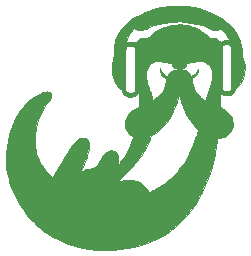
<source format=gts>
G04 #@! TF.GenerationSoftware,KiCad,Pcbnew,5.1.5+dfsg1-2build2*
G04 #@! TF.CreationDate,2021-04-11T15:19:25-07:00*
G04 #@! TF.ProjectId,back,6261636b-2e6b-4696-9361-645f70636258,rev?*
G04 #@! TF.SameCoordinates,Original*
G04 #@! TF.FileFunction,Soldermask,Top*
G04 #@! TF.FilePolarity,Negative*
%FSLAX46Y46*%
G04 Gerber Fmt 4.6, Leading zero omitted, Abs format (unit mm)*
G04 Created by KiCad (PCBNEW 5.1.5+dfsg1-2build2) date 2021-04-11 15:19:25*
%MOMM*%
%LPD*%
G04 APERTURE LIST*
%ADD10C,0.010000*%
G04 APERTURE END LIST*
D10*
G36*
X191798457Y-77678816D02*
G01*
X192301966Y-77713505D01*
X192795026Y-77780681D01*
X193274802Y-77879384D01*
X193738456Y-78008653D01*
X194183155Y-78167526D01*
X194606062Y-78355043D01*
X195004342Y-78570243D01*
X195375159Y-78812165D01*
X195715677Y-79079848D01*
X195887683Y-79236423D01*
X196155691Y-79517771D01*
X196382607Y-79808272D01*
X196568880Y-80108915D01*
X196714958Y-80420693D01*
X196821290Y-80744598D01*
X196888324Y-81081622D01*
X196916508Y-81432755D01*
X196917542Y-81514780D01*
X196918306Y-81626053D01*
X196921710Y-81706502D01*
X196929613Y-81767627D01*
X196943874Y-81820931D01*
X196966352Y-81877915D01*
X196981861Y-81912721D01*
X197078311Y-82168286D01*
X197143326Y-82435663D01*
X197177845Y-82710102D01*
X197182810Y-82986852D01*
X197159162Y-83261164D01*
X197107844Y-83528288D01*
X197029796Y-83783475D01*
X196925960Y-84021973D01*
X196797278Y-84239034D01*
X196644690Y-84429908D01*
X196469138Y-84589844D01*
X196448138Y-84605585D01*
X196387696Y-84656865D01*
X196352252Y-84701576D01*
X196346167Y-84721200D01*
X196333352Y-84780731D01*
X196299275Y-84859456D01*
X196250483Y-84944654D01*
X196193526Y-85023603D01*
X196185673Y-85032966D01*
X196124217Y-85090805D01*
X196044560Y-85147976D01*
X195991080Y-85178251D01*
X195933080Y-85204944D01*
X195881742Y-85222198D01*
X195825082Y-85232012D01*
X195751119Y-85236385D01*
X195647869Y-85237316D01*
X195637083Y-85237300D01*
X195528775Y-85235960D01*
X195451652Y-85231301D01*
X195394599Y-85221628D01*
X195346499Y-85205242D01*
X195309000Y-85187208D01*
X195246190Y-85152134D01*
X195195297Y-85119675D01*
X195179851Y-85107847D01*
X195162476Y-85096779D01*
X195150865Y-85105073D01*
X195142570Y-85139548D01*
X195135142Y-85207023D01*
X195132226Y-85240507D01*
X195127856Y-85314146D01*
X195124061Y-85420020D01*
X195121078Y-85548032D01*
X195119146Y-85688086D01*
X195118500Y-85822722D01*
X195118500Y-86242557D01*
X195250792Y-86309259D01*
X195491877Y-86451477D01*
X195699817Y-86617894D01*
X195873439Y-86807296D01*
X196011573Y-87018470D01*
X196084086Y-87172521D01*
X196150035Y-87387728D01*
X196176390Y-87602756D01*
X196165092Y-87813391D01*
X196118082Y-88015418D01*
X196037303Y-88204621D01*
X195924697Y-88376786D01*
X195782205Y-88527698D01*
X195611770Y-88653143D01*
X195415333Y-88748905D01*
X195346816Y-88772744D01*
X195243455Y-88800959D01*
X195131474Y-88824693D01*
X195034814Y-88838882D01*
X195033344Y-88839020D01*
X194956278Y-88847047D01*
X194911446Y-88856524D01*
X194888896Y-88872450D01*
X194878677Y-88899826D01*
X194875237Y-88918461D01*
X194868418Y-88958808D01*
X194855847Y-89033546D01*
X194838759Y-89135310D01*
X194818391Y-89256739D01*
X194795979Y-89390469D01*
X194790330Y-89424195D01*
X194650278Y-90165885D01*
X194483571Y-90878373D01*
X194290465Y-91561096D01*
X194071219Y-92213493D01*
X193826090Y-92835003D01*
X193555336Y-93425065D01*
X193259215Y-93983115D01*
X192937984Y-94508593D01*
X192591901Y-95000938D01*
X192221224Y-95459588D01*
X191826345Y-95883845D01*
X191404391Y-96277126D01*
X190959764Y-96635590D01*
X190492072Y-96959412D01*
X190000923Y-97248768D01*
X189485925Y-97503833D01*
X188946686Y-97724782D01*
X188382815Y-97911791D01*
X187793920Y-98065036D01*
X187179608Y-98184690D01*
X186539487Y-98270931D01*
X186477344Y-98277390D01*
X186350446Y-98287763D01*
X186190774Y-98296931D01*
X186006122Y-98304767D01*
X185804283Y-98311148D01*
X185593052Y-98315947D01*
X185380221Y-98319041D01*
X185173586Y-98320303D01*
X184980939Y-98319608D01*
X184810075Y-98316832D01*
X184668787Y-98311850D01*
X184598667Y-98307537D01*
X183973249Y-98240242D01*
X183368627Y-98136309D01*
X182784950Y-97995783D01*
X182222366Y-97818710D01*
X181681023Y-97605136D01*
X181161071Y-97355107D01*
X180749280Y-97122005D01*
X180424764Y-96914508D01*
X180120767Y-96697090D01*
X179827511Y-96462014D01*
X179535216Y-96201541D01*
X179305685Y-95979833D01*
X178963791Y-95621536D01*
X178657274Y-95261141D01*
X178379716Y-94889807D01*
X178124701Y-94498694D01*
X177885812Y-94078959D01*
X177784864Y-93884333D01*
X177545209Y-93367828D01*
X177347664Y-92851047D01*
X177248869Y-92522425D01*
X186468203Y-92522425D01*
X186490210Y-92520702D01*
X186544941Y-92510999D01*
X186623892Y-92494943D01*
X186708869Y-92476353D01*
X187002002Y-92424213D01*
X187291655Y-92399499D01*
X187569587Y-92402354D01*
X187827556Y-92432921D01*
X187932417Y-92455137D01*
X188162375Y-92532179D01*
X188379631Y-92645613D01*
X188578383Y-92790748D01*
X188752830Y-92962897D01*
X188897173Y-93157370D01*
X188973742Y-93296958D01*
X189011472Y-93365600D01*
X189045595Y-93408397D01*
X189064873Y-93418667D01*
X189093404Y-93409498D01*
X189153208Y-93383957D01*
X189237892Y-93344994D01*
X189341061Y-93295557D01*
X189456322Y-93238594D01*
X189467765Y-93232850D01*
X189715315Y-93104450D01*
X189934771Y-92981331D01*
X190138383Y-92855960D01*
X190338403Y-92720803D01*
X190541331Y-92572658D01*
X190891182Y-92287645D01*
X191220108Y-91974534D01*
X191529030Y-91631896D01*
X191818868Y-91258304D01*
X192090543Y-90852328D01*
X192344974Y-90412542D01*
X192583083Y-89937517D01*
X192805788Y-89425826D01*
X193014010Y-88876040D01*
X193116059Y-88577078D01*
X193257230Y-88148740D01*
X193094812Y-87984412D01*
X192826364Y-87686510D01*
X192574180Y-87354214D01*
X192341502Y-86993412D01*
X192131570Y-86609988D01*
X191947623Y-86209830D01*
X191792903Y-85798823D01*
X191677479Y-85409669D01*
X191618205Y-85179421D01*
X191568739Y-85367335D01*
X191448416Y-85769999D01*
X191303315Y-86161385D01*
X191135661Y-86538204D01*
X190947681Y-86897165D01*
X190741599Y-87234977D01*
X190519642Y-87548351D01*
X190284035Y-87833996D01*
X190037004Y-88088621D01*
X189780774Y-88308937D01*
X189517572Y-88491654D01*
X189415091Y-88551146D01*
X189260245Y-88636130D01*
X189192402Y-88830413D01*
X189041376Y-89210607D01*
X188851941Y-89597879D01*
X188626468Y-89987952D01*
X188367330Y-90376553D01*
X188231786Y-90561167D01*
X188152170Y-90665321D01*
X188074517Y-90764306D01*
X187995614Y-90861739D01*
X187912251Y-90961235D01*
X187821215Y-91066411D01*
X187719294Y-91180883D01*
X187603277Y-91308268D01*
X187469951Y-91452181D01*
X187316105Y-91616238D01*
X187138526Y-91804057D01*
X186974737Y-91976457D01*
X186855824Y-92101801D01*
X186747025Y-92217203D01*
X186651592Y-92319158D01*
X186572777Y-92404162D01*
X186513832Y-92468709D01*
X186478007Y-92509295D01*
X186468203Y-92522425D01*
X177248869Y-92522425D01*
X177192270Y-92334160D01*
X177079070Y-91817335D01*
X177008107Y-91300740D01*
X176979422Y-90784544D01*
X176978753Y-90691215D01*
X176994732Y-90131714D01*
X177042007Y-89591609D01*
X177120000Y-89072184D01*
X177228133Y-88574726D01*
X177365827Y-88100518D01*
X177532504Y-87650846D01*
X177727587Y-87226996D01*
X177950498Y-86830252D01*
X178200657Y-86461900D01*
X178477488Y-86123225D01*
X178780412Y-85815511D01*
X179108852Y-85540045D01*
X179381790Y-85348771D01*
X179515723Y-85268173D01*
X179664041Y-85188804D01*
X179819398Y-85113727D01*
X179974445Y-85046003D01*
X180121834Y-84988694D01*
X180254219Y-84944864D01*
X180364251Y-84917573D01*
X180435428Y-84909666D01*
X180556619Y-84929660D01*
X180662809Y-84987491D01*
X180749282Y-85079929D01*
X180790871Y-85153083D01*
X180820064Y-85233678D01*
X180827764Y-85310175D01*
X180811763Y-85388684D01*
X180769858Y-85475315D01*
X180699842Y-85576177D01*
X180599510Y-85697380D01*
X180590803Y-85707345D01*
X180389554Y-85962132D01*
X180199690Y-86252328D01*
X180024074Y-86571878D01*
X179865565Y-86914724D01*
X179727024Y-87274809D01*
X179611314Y-87646077D01*
X179540796Y-87930206D01*
X179496043Y-88150054D01*
X179463161Y-88354591D01*
X179440237Y-88559632D01*
X179425358Y-88780996D01*
X179419284Y-88934979D01*
X179417727Y-89271200D01*
X179436417Y-89577841D01*
X179477354Y-89863524D01*
X179542541Y-90136868D01*
X179633980Y-90406494D01*
X179753672Y-90681023D01*
X179882904Y-90931583D01*
X180028731Y-91179402D01*
X180189800Y-91420685D01*
X180359954Y-91647349D01*
X180533034Y-91851315D01*
X180702885Y-92024499D01*
X180744388Y-92062275D01*
X180893748Y-92194693D01*
X180941198Y-92113472D01*
X181026090Y-91969914D01*
X181131610Y-91794428D01*
X181255491Y-91590691D01*
X181395470Y-91362385D01*
X181549282Y-91113188D01*
X181714661Y-90846782D01*
X181889342Y-90566846D01*
X182071061Y-90277061D01*
X182091371Y-90244759D01*
X182225239Y-90032231D01*
X182339205Y-89852209D01*
X182435658Y-89701208D01*
X182516992Y-89575747D01*
X182585595Y-89472344D01*
X182643860Y-89387515D01*
X182694178Y-89317779D01*
X182738939Y-89259652D01*
X182780535Y-89209653D01*
X182821357Y-89164298D01*
X182863000Y-89120916D01*
X182985922Y-89003623D01*
X183095023Y-88918541D01*
X183198244Y-88861571D01*
X183303527Y-88828611D01*
X183418811Y-88815562D01*
X183455667Y-88814917D01*
X183546702Y-88817448D01*
X183612320Y-88827559D01*
X183669266Y-88849026D01*
X183713181Y-88872976D01*
X183845809Y-88973224D01*
X183943522Y-89097301D01*
X184006077Y-89244744D01*
X184033229Y-89415092D01*
X184034295Y-89481667D01*
X184021588Y-89635004D01*
X183989480Y-89819801D01*
X183939632Y-90030795D01*
X183873702Y-90262722D01*
X183793348Y-90510318D01*
X183700230Y-90768319D01*
X183596006Y-91031461D01*
X183482336Y-91294481D01*
X183421369Y-91426648D01*
X183378752Y-91518393D01*
X183344344Y-91595147D01*
X183321378Y-91649498D01*
X183313086Y-91674031D01*
X183313245Y-91674634D01*
X183334244Y-91670191D01*
X183386108Y-91653422D01*
X183460205Y-91627229D01*
X183519753Y-91605190D01*
X183775931Y-91515479D01*
X184030279Y-91439046D01*
X184268315Y-91380127D01*
X184339207Y-91365560D01*
X184428871Y-91345907D01*
X184503859Y-91325239D01*
X184553595Y-91306682D01*
X184566480Y-91298373D01*
X184584347Y-91273398D01*
X184621403Y-91217653D01*
X184674350Y-91136237D01*
X184739892Y-91034249D01*
X184814732Y-90916788D01*
X184885721Y-90804583D01*
X185011515Y-90609082D01*
X185121818Y-90447185D01*
X185220288Y-90314741D01*
X185310584Y-90207602D01*
X185396365Y-90121617D01*
X185481290Y-90052637D01*
X185569019Y-89996510D01*
X185623570Y-89967748D01*
X185711505Y-89927943D01*
X185783277Y-89906232D01*
X185858320Y-89897799D01*
X185908658Y-89897078D01*
X186063822Y-89917217D01*
X186200103Y-89974331D01*
X186314735Y-90066251D01*
X186404951Y-90190807D01*
X186464145Y-90332810D01*
X186485968Y-90420427D01*
X186496446Y-90508876D01*
X186495217Y-90606933D01*
X186481920Y-90723376D01*
X186456193Y-90866979D01*
X186438682Y-90951124D01*
X186421714Y-91034900D01*
X186410149Y-91101560D01*
X186405573Y-91141428D01*
X186406391Y-91148279D01*
X186425065Y-91138958D01*
X186464245Y-91100198D01*
X186519950Y-91037097D01*
X186588200Y-90954752D01*
X186665016Y-90858259D01*
X186746418Y-90752715D01*
X186828427Y-90643216D01*
X186907062Y-90534859D01*
X186978344Y-90432741D01*
X187038293Y-90341957D01*
X187047755Y-90326921D01*
X187120860Y-90201918D01*
X187203012Y-90048418D01*
X187288639Y-89877648D01*
X187372167Y-89700840D01*
X187448021Y-89529224D01*
X187471162Y-89473837D01*
X187506207Y-89385766D01*
X187545933Y-89281504D01*
X187587628Y-89168705D01*
X187628581Y-89055023D01*
X187666080Y-88948112D01*
X187697414Y-88855626D01*
X187719870Y-88785219D01*
X187730736Y-88744546D01*
X187731333Y-88739480D01*
X187714830Y-88722192D01*
X187671133Y-88689022D01*
X187608966Y-88646499D01*
X187594879Y-88637314D01*
X187422743Y-88501300D01*
X187279348Y-88336364D01*
X187168314Y-88147659D01*
X187093263Y-87940338D01*
X187086790Y-87914214D01*
X187056804Y-87697771D01*
X187067012Y-87481376D01*
X187115411Y-87268475D01*
X187199997Y-87062515D01*
X187318769Y-86866942D01*
X187469724Y-86685203D01*
X187650858Y-86520746D01*
X187860169Y-86377016D01*
X188033212Y-86285470D01*
X188212049Y-86201664D01*
X188225691Y-86071143D01*
X188230462Y-86004590D01*
X188234159Y-85911064D01*
X188236809Y-85797122D01*
X188238441Y-85669322D01*
X188239083Y-85534220D01*
X188238765Y-85398374D01*
X188237514Y-85268340D01*
X188235360Y-85150676D01*
X188232330Y-85051939D01*
X188228453Y-84978686D01*
X188223758Y-84937474D01*
X188220734Y-84930833D01*
X188200722Y-84948318D01*
X188177337Y-84990780D01*
X188175765Y-84994497D01*
X188125670Y-85076247D01*
X188046782Y-85160438D01*
X187950559Y-85236388D01*
X187861622Y-85287463D01*
X187804590Y-85312301D01*
X187752650Y-85328527D01*
X187694256Y-85337915D01*
X187617863Y-85342240D01*
X187511926Y-85343276D01*
X187498500Y-85343266D01*
X187354485Y-85338978D01*
X187241532Y-85324258D01*
X187148956Y-85295682D01*
X187066069Y-85249827D01*
X186982185Y-85183269D01*
X186972802Y-85174866D01*
X186913344Y-85108956D01*
X186855224Y-85024094D01*
X186805320Y-84932837D01*
X186770509Y-84847738D01*
X186757667Y-84782164D01*
X186746398Y-84735992D01*
X186707338Y-84692070D01*
X186672562Y-84665946D01*
X186582877Y-84593185D01*
X186482761Y-84494841D01*
X186382426Y-84382292D01*
X186292083Y-84266912D01*
X186228431Y-84171187D01*
X186103800Y-83929875D01*
X186013350Y-83680462D01*
X185955320Y-83416111D01*
X185927947Y-83129985D01*
X185925161Y-82994083D01*
X185929469Y-82796170D01*
X185943653Y-82626640D01*
X185969670Y-82472292D01*
X186009482Y-82319921D01*
X186038430Y-82230833D01*
X186040471Y-82224204D01*
X187077257Y-82224204D01*
X187077810Y-82474015D01*
X187078755Y-82760899D01*
X187079802Y-83059241D01*
X187085750Y-84796565D01*
X187146691Y-84876453D01*
X187206447Y-84940636D01*
X187275452Y-84982449D01*
X187363725Y-85005746D01*
X187481289Y-85014378D01*
X187506201Y-85014671D01*
X187604924Y-85012162D01*
X187675490Y-85001836D01*
X187731731Y-84981256D01*
X187749618Y-84971734D01*
X187811057Y-84928600D01*
X187862613Y-84879120D01*
X187868917Y-84871192D01*
X187876427Y-84860211D01*
X187883005Y-84846896D01*
X187888722Y-84828494D01*
X187893650Y-84802256D01*
X187897861Y-84765428D01*
X187901426Y-84715260D01*
X187904418Y-84649000D01*
X187906908Y-84563897D01*
X187908969Y-84457199D01*
X187910671Y-84326155D01*
X187912088Y-84168013D01*
X187913291Y-83980022D01*
X187914351Y-83759431D01*
X187915342Y-83503487D01*
X187915434Y-83476183D01*
X188791460Y-83476183D01*
X188804674Y-83660836D01*
X188832492Y-83854909D01*
X188873968Y-84048683D01*
X188910766Y-84179417D01*
X188934994Y-84252793D01*
X188970887Y-84356328D01*
X189015093Y-84480601D01*
X189064257Y-84616191D01*
X189115027Y-84753677D01*
X189118330Y-84762530D01*
X189169801Y-84903455D01*
X189220086Y-85046720D01*
X189265668Y-85181896D01*
X189303032Y-85298553D01*
X189328663Y-85386263D01*
X189328844Y-85386946D01*
X189353219Y-85478009D01*
X189374182Y-85555170D01*
X189388969Y-85608313D01*
X189394054Y-85625474D01*
X189414798Y-85628951D01*
X189463027Y-85606630D01*
X189534829Y-85561112D01*
X189626295Y-85494996D01*
X189733512Y-85410882D01*
X189802269Y-85354123D01*
X189961031Y-85205301D01*
X190106747Y-85038805D01*
X190232869Y-84863639D01*
X190332849Y-84688801D01*
X190395041Y-84539250D01*
X190410065Y-84485413D01*
X190429880Y-84402803D01*
X190452615Y-84300600D01*
X190476402Y-84187988D01*
X190499373Y-84074149D01*
X190519658Y-83968265D01*
X190535388Y-83879519D01*
X190544696Y-83817092D01*
X190546420Y-83795470D01*
X190528541Y-83777517D01*
X190483142Y-83752293D01*
X190451826Y-83738383D01*
X190311830Y-83664249D01*
X190196711Y-83569567D01*
X190130333Y-83486318D01*
X190073087Y-83374744D01*
X190028440Y-83247130D01*
X190001973Y-83121740D01*
X189997157Y-83050406D01*
X189998147Y-82951750D01*
X190036936Y-83050952D01*
X190070779Y-83128235D01*
X190109150Y-83203124D01*
X190121563Y-83224322D01*
X190175172Y-83295416D01*
X190248380Y-83371630D01*
X190332667Y-83446226D01*
X190419514Y-83512469D01*
X190500399Y-83563621D01*
X190566803Y-83592945D01*
X190593318Y-83597333D01*
X190617960Y-83580059D01*
X190651339Y-83535818D01*
X190672457Y-83499687D01*
X190771438Y-83347505D01*
X190887389Y-83228978D01*
X191016815Y-83145967D01*
X191156221Y-83100332D01*
X191302112Y-83093934D01*
X191400443Y-83112161D01*
X191456821Y-83126635D01*
X191485557Y-83124851D01*
X191499988Y-83101177D01*
X191507396Y-83073385D01*
X191731833Y-83073385D01*
X191735647Y-83116855D01*
X191755363Y-83128569D01*
X191790042Y-83122303D01*
X191950507Y-83095716D01*
X192088491Y-83101259D01*
X192194034Y-83132194D01*
X192293805Y-83191672D01*
X192395430Y-83281009D01*
X192488367Y-83389587D01*
X192557735Y-83498478D01*
X192592045Y-83554146D01*
X192623320Y-83590001D01*
X192637515Y-83597333D01*
X192688337Y-83583713D01*
X192761644Y-83546198D01*
X192849003Y-83489810D01*
X192941980Y-83419570D01*
X192957360Y-83406928D01*
X193031093Y-83339972D01*
X193087534Y-83272444D01*
X193138329Y-83188989D01*
X193170330Y-83126133D01*
X193210041Y-83046624D01*
X193235374Y-83001866D01*
X193249350Y-82988016D01*
X193254991Y-83001232D01*
X193255633Y-83017652D01*
X193244755Y-83137775D01*
X193215020Y-83269605D01*
X193171745Y-83390100D01*
X193167613Y-83399081D01*
X193082171Y-83531899D01*
X192961712Y-83644402D01*
X192819826Y-83728418D01*
X192753220Y-83760276D01*
X192704866Y-83784719D01*
X192684467Y-83796825D01*
X192684333Y-83797124D01*
X192688222Y-83818562D01*
X192699011Y-83874747D01*
X192715382Y-83958896D01*
X192736015Y-84064230D01*
X192755881Y-84165155D01*
X192790697Y-84331678D01*
X192823165Y-84464083D01*
X192855519Y-84570335D01*
X192889992Y-84658400D01*
X192900733Y-84681734D01*
X192986224Y-84835244D01*
X193097414Y-84996449D01*
X193223638Y-85151364D01*
X193354237Y-85286001D01*
X193377513Y-85307116D01*
X193442233Y-85361874D01*
X193520142Y-85423857D01*
X193603733Y-85487579D01*
X193685502Y-85547552D01*
X193757944Y-85598288D01*
X193813553Y-85634300D01*
X193844824Y-85650098D01*
X193846977Y-85650385D01*
X193856997Y-85631237D01*
X193873935Y-85579914D01*
X193894966Y-85505437D01*
X193907348Y-85457499D01*
X193928998Y-85380885D01*
X193962819Y-85273397D01*
X194005900Y-85143718D01*
X194055330Y-85000528D01*
X194108196Y-84852509D01*
X194132725Y-84785571D01*
X194185586Y-84640849D01*
X194236054Y-84499511D01*
X194281344Y-84369607D01*
X194318666Y-84259186D01*
X194345234Y-84176298D01*
X194353622Y-84147667D01*
X194406751Y-83924827D01*
X194442211Y-83709081D01*
X194455400Y-83554815D01*
X195249109Y-83554815D01*
X195249582Y-83837557D01*
X195250771Y-84078373D01*
X195252677Y-84277398D01*
X195255301Y-84434764D01*
X195258644Y-84550607D01*
X195262708Y-84625059D01*
X195266737Y-84655930D01*
X195300666Y-84736787D01*
X195352960Y-84813165D01*
X195412636Y-84870681D01*
X195444857Y-84889159D01*
X195487038Y-84898040D01*
X195557165Y-84904843D01*
X195640855Y-84908223D01*
X195649828Y-84908325D01*
X195740426Y-84906761D01*
X195802660Y-84898402D01*
X195850308Y-84880483D01*
X195880511Y-84862042D01*
X195938695Y-84809619D01*
X195986490Y-84746065D01*
X195989474Y-84740663D01*
X195996486Y-84725845D01*
X196002610Y-84707663D01*
X196007906Y-84683323D01*
X196012433Y-84650030D01*
X196016252Y-84604988D01*
X196019423Y-84545403D01*
X196022005Y-84468479D01*
X196024058Y-84371421D01*
X196025643Y-84251433D01*
X196026819Y-84105722D01*
X196027646Y-83931490D01*
X196028185Y-83725944D01*
X196028494Y-83486288D01*
X196028635Y-83209727D01*
X196028667Y-82912946D01*
X196028703Y-82590960D01*
X196028686Y-82308575D01*
X196028427Y-82063057D01*
X196027736Y-81851674D01*
X196026423Y-81671693D01*
X196024299Y-81520382D01*
X196021174Y-81395008D01*
X196016860Y-81292837D01*
X196011167Y-81211138D01*
X196003904Y-81147177D01*
X195994884Y-81098221D01*
X195983916Y-81061539D01*
X195970811Y-81034397D01*
X195955379Y-81014062D01*
X195937431Y-80997802D01*
X195916778Y-80982885D01*
X195893765Y-80966958D01*
X195847070Y-80940639D01*
X195789199Y-80924386D01*
X195707540Y-80915295D01*
X195658250Y-80912707D01*
X195569020Y-80910561D01*
X195508761Y-80914654D01*
X195464294Y-80927293D01*
X195422438Y-80950785D01*
X195415978Y-80955112D01*
X195355676Y-81007597D01*
X195304373Y-81070768D01*
X195299561Y-81078572D01*
X195291704Y-81092760D01*
X195284842Y-81108683D01*
X195278899Y-81129178D01*
X195273794Y-81157084D01*
X195269451Y-81195240D01*
X195265791Y-81246483D01*
X195262734Y-81313653D01*
X195260204Y-81399587D01*
X195258121Y-81507125D01*
X195256408Y-81639104D01*
X195254986Y-81798364D01*
X195253776Y-81987742D01*
X195252700Y-82210078D01*
X195251680Y-82468209D01*
X195250638Y-82764974D01*
X195250306Y-82863017D01*
X195249351Y-83230013D01*
X195249109Y-83554815D01*
X194455400Y-83554815D01*
X194459430Y-83507682D01*
X194457838Y-83327883D01*
X194436867Y-83176938D01*
X194431586Y-83155615D01*
X194358507Y-82961419D01*
X194249029Y-82783517D01*
X194107668Y-82627334D01*
X193938939Y-82498299D01*
X193837308Y-82441457D01*
X193670491Y-82359083D01*
X193330870Y-82362422D01*
X193188455Y-82365020D01*
X193069490Y-82370707D01*
X192959571Y-82381011D01*
X192844298Y-82397458D01*
X192709268Y-82421576D01*
X192632299Y-82436505D01*
X192273348Y-82507250D01*
X192246636Y-82599677D01*
X192189006Y-82725503D01*
X192096619Y-82834949D01*
X191975674Y-82922339D01*
X191832372Y-82981999D01*
X191827430Y-82983403D01*
X191768721Y-83002762D01*
X191740611Y-83024216D01*
X191732167Y-83058057D01*
X191731833Y-83073385D01*
X191507396Y-83073385D01*
X191509313Y-83066196D01*
X191513786Y-83035205D01*
X191502761Y-83013236D01*
X191468129Y-82992991D01*
X191401785Y-82967176D01*
X191397592Y-82965646D01*
X191247061Y-82895823D01*
X191132405Y-82807603D01*
X191049755Y-82697168D01*
X190998357Y-82571633D01*
X190988333Y-82544010D01*
X190972125Y-82523879D01*
X190941971Y-82507850D01*
X190890112Y-82492534D01*
X190808789Y-82474541D01*
X190747384Y-82462012D01*
X190480796Y-82412075D01*
X190248914Y-82377278D01*
X190047121Y-82357091D01*
X189870796Y-82350981D01*
X189796840Y-82352757D01*
X189691311Y-82358804D01*
X189613093Y-82368193D01*
X189547163Y-82384369D01*
X189478499Y-82410775D01*
X189413445Y-82440659D01*
X189249240Y-82539593D01*
X189100611Y-82669747D01*
X188974174Y-82823047D01*
X188876543Y-82991417D01*
X188814336Y-83166782D01*
X188812638Y-83174000D01*
X188793798Y-83310665D01*
X188791460Y-83476183D01*
X187915434Y-83476183D01*
X187916333Y-83209440D01*
X187916892Y-83034775D01*
X187922534Y-81255133D01*
X187874559Y-81184638D01*
X187822288Y-81115892D01*
X187769715Y-81069998D01*
X187706534Y-81042572D01*
X187622437Y-81029230D01*
X187507119Y-81025589D01*
X187500592Y-81025583D01*
X187403394Y-81026447D01*
X187337437Y-81030551D01*
X187291641Y-81040168D01*
X187254924Y-81057566D01*
X187218284Y-81083427D01*
X187193169Y-81102229D01*
X187171138Y-81119703D01*
X187151998Y-81138591D01*
X187135556Y-81161637D01*
X187121620Y-81191583D01*
X187109998Y-81231173D01*
X187100498Y-81283149D01*
X187092928Y-81350254D01*
X187087094Y-81435232D01*
X187082806Y-81540825D01*
X187079870Y-81669775D01*
X187078095Y-81824827D01*
X187077288Y-82008722D01*
X187077257Y-82224204D01*
X186040471Y-82224204D01*
X186053155Y-82183030D01*
X186064040Y-82132621D01*
X186071643Y-82072346D01*
X186076522Y-81994946D01*
X186079234Y-81893162D01*
X186080337Y-81759736D01*
X186080458Y-81683728D01*
X186083356Y-81453887D01*
X186092620Y-81256678D01*
X186109323Y-81082728D01*
X186134539Y-80922668D01*
X186169341Y-80767127D01*
X186169932Y-80764967D01*
X187057254Y-80764967D01*
X187061567Y-80777863D01*
X187085747Y-80773252D01*
X187137374Y-80751157D01*
X187173017Y-80734858D01*
X187265338Y-80706470D01*
X187384526Y-80689467D01*
X187516625Y-80684031D01*
X187647677Y-80690347D01*
X187763726Y-80708597D01*
X187822927Y-80726333D01*
X187925104Y-80765750D01*
X187958602Y-80717924D01*
X188054610Y-80601061D01*
X188163674Y-80512152D01*
X188260411Y-80457014D01*
X188428603Y-80391095D01*
X188590999Y-80365630D01*
X188752123Y-80380016D01*
X188783495Y-80387340D01*
X188908913Y-80419471D01*
X189055665Y-80280504D01*
X189366996Y-80011865D01*
X189691793Y-79783129D01*
X190031155Y-79593711D01*
X190386176Y-79443029D01*
X190757954Y-79330500D01*
X190903132Y-79297769D01*
X191040614Y-79275744D01*
X191208099Y-79258570D01*
X191393488Y-79246682D01*
X191584680Y-79240517D01*
X191769577Y-79240511D01*
X191936080Y-79247100D01*
X192042245Y-79256710D01*
X192416171Y-79323410D01*
X192779912Y-79430185D01*
X193129809Y-79575280D01*
X193462201Y-79756943D01*
X193773429Y-79973420D01*
X194059834Y-80222958D01*
X194060405Y-80223514D01*
X194240560Y-80398937D01*
X194335571Y-80377082D01*
X194469217Y-80364485D01*
X194620210Y-80381573D01*
X194771869Y-80425131D01*
X194863984Y-80469869D01*
X194955043Y-80537462D01*
X195022077Y-80600293D01*
X195152375Y-80730591D01*
X195244068Y-80672632D01*
X195378451Y-80611232D01*
X195538106Y-80579041D01*
X195716491Y-80577340D01*
X195726640Y-80578150D01*
X195879697Y-80591059D01*
X195826038Y-80469654D01*
X195726011Y-80275074D01*
X195595965Y-80071828D01*
X195443468Y-79870726D01*
X195276089Y-79682578D01*
X195272022Y-79678383D01*
X195155880Y-79558850D01*
X195089224Y-79598178D01*
X194976467Y-79647775D01*
X194839275Y-79682130D01*
X194693807Y-79698015D01*
X194597034Y-79696516D01*
X194538847Y-79690982D01*
X194484603Y-79682260D01*
X194427813Y-79668071D01*
X194361986Y-79646139D01*
X194280634Y-79614186D01*
X194177269Y-79569935D01*
X194045399Y-79511108D01*
X193964917Y-79474687D01*
X193544955Y-79306232D01*
X193105911Y-79173518D01*
X192646714Y-79076347D01*
X192166294Y-79014523D01*
X191663582Y-78987850D01*
X191319083Y-78989405D01*
X190837264Y-79017664D01*
X190380049Y-79077255D01*
X189942372Y-79169313D01*
X189519168Y-79294976D01*
X189105370Y-79455378D01*
X188969583Y-79516330D01*
X188817885Y-79584802D01*
X188695364Y-79635077D01*
X188594217Y-79669563D01*
X188506642Y-79690670D01*
X188424838Y-79700807D01*
X188366167Y-79702667D01*
X188242298Y-79692860D01*
X188113023Y-79666313D01*
X187995520Y-79627332D01*
X187924447Y-79591908D01*
X187850546Y-79546234D01*
X187682822Y-79724992D01*
X187546725Y-79883192D01*
X187415524Y-80060259D01*
X187295055Y-80246655D01*
X187191152Y-80432845D01*
X187109649Y-80609288D01*
X187065225Y-80734542D01*
X187057254Y-80764967D01*
X186169932Y-80764967D01*
X186197071Y-80665866D01*
X186308919Y-80355606D01*
X186460816Y-80052753D01*
X186650813Y-79759404D01*
X186876958Y-79477654D01*
X187137301Y-79209598D01*
X187429894Y-78957332D01*
X187752785Y-78722953D01*
X188104026Y-78508555D01*
X188302833Y-78402819D01*
X188759388Y-78192923D01*
X189228349Y-78019545D01*
X189712504Y-77882009D01*
X190214638Y-77779637D01*
X190737537Y-77711753D01*
X191283989Y-77677678D01*
X191287333Y-77677575D01*
X191798457Y-77678816D01*
G37*
X191798457Y-77678816D02*
X192301966Y-77713505D01*
X192795026Y-77780681D01*
X193274802Y-77879384D01*
X193738456Y-78008653D01*
X194183155Y-78167526D01*
X194606062Y-78355043D01*
X195004342Y-78570243D01*
X195375159Y-78812165D01*
X195715677Y-79079848D01*
X195887683Y-79236423D01*
X196155691Y-79517771D01*
X196382607Y-79808272D01*
X196568880Y-80108915D01*
X196714958Y-80420693D01*
X196821290Y-80744598D01*
X196888324Y-81081622D01*
X196916508Y-81432755D01*
X196917542Y-81514780D01*
X196918306Y-81626053D01*
X196921710Y-81706502D01*
X196929613Y-81767627D01*
X196943874Y-81820931D01*
X196966352Y-81877915D01*
X196981861Y-81912721D01*
X197078311Y-82168286D01*
X197143326Y-82435663D01*
X197177845Y-82710102D01*
X197182810Y-82986852D01*
X197159162Y-83261164D01*
X197107844Y-83528288D01*
X197029796Y-83783475D01*
X196925960Y-84021973D01*
X196797278Y-84239034D01*
X196644690Y-84429908D01*
X196469138Y-84589844D01*
X196448138Y-84605585D01*
X196387696Y-84656865D01*
X196352252Y-84701576D01*
X196346167Y-84721200D01*
X196333352Y-84780731D01*
X196299275Y-84859456D01*
X196250483Y-84944654D01*
X196193526Y-85023603D01*
X196185673Y-85032966D01*
X196124217Y-85090805D01*
X196044560Y-85147976D01*
X195991080Y-85178251D01*
X195933080Y-85204944D01*
X195881742Y-85222198D01*
X195825082Y-85232012D01*
X195751119Y-85236385D01*
X195647869Y-85237316D01*
X195637083Y-85237300D01*
X195528775Y-85235960D01*
X195451652Y-85231301D01*
X195394599Y-85221628D01*
X195346499Y-85205242D01*
X195309000Y-85187208D01*
X195246190Y-85152134D01*
X195195297Y-85119675D01*
X195179851Y-85107847D01*
X195162476Y-85096779D01*
X195150865Y-85105073D01*
X195142570Y-85139548D01*
X195135142Y-85207023D01*
X195132226Y-85240507D01*
X195127856Y-85314146D01*
X195124061Y-85420020D01*
X195121078Y-85548032D01*
X195119146Y-85688086D01*
X195118500Y-85822722D01*
X195118500Y-86242557D01*
X195250792Y-86309259D01*
X195491877Y-86451477D01*
X195699817Y-86617894D01*
X195873439Y-86807296D01*
X196011573Y-87018470D01*
X196084086Y-87172521D01*
X196150035Y-87387728D01*
X196176390Y-87602756D01*
X196165092Y-87813391D01*
X196118082Y-88015418D01*
X196037303Y-88204621D01*
X195924697Y-88376786D01*
X195782205Y-88527698D01*
X195611770Y-88653143D01*
X195415333Y-88748905D01*
X195346816Y-88772744D01*
X195243455Y-88800959D01*
X195131474Y-88824693D01*
X195034814Y-88838882D01*
X195033344Y-88839020D01*
X194956278Y-88847047D01*
X194911446Y-88856524D01*
X194888896Y-88872450D01*
X194878677Y-88899826D01*
X194875237Y-88918461D01*
X194868418Y-88958808D01*
X194855847Y-89033546D01*
X194838759Y-89135310D01*
X194818391Y-89256739D01*
X194795979Y-89390469D01*
X194790330Y-89424195D01*
X194650278Y-90165885D01*
X194483571Y-90878373D01*
X194290465Y-91561096D01*
X194071219Y-92213493D01*
X193826090Y-92835003D01*
X193555336Y-93425065D01*
X193259215Y-93983115D01*
X192937984Y-94508593D01*
X192591901Y-95000938D01*
X192221224Y-95459588D01*
X191826345Y-95883845D01*
X191404391Y-96277126D01*
X190959764Y-96635590D01*
X190492072Y-96959412D01*
X190000923Y-97248768D01*
X189485925Y-97503833D01*
X188946686Y-97724782D01*
X188382815Y-97911791D01*
X187793920Y-98065036D01*
X187179608Y-98184690D01*
X186539487Y-98270931D01*
X186477344Y-98277390D01*
X186350446Y-98287763D01*
X186190774Y-98296931D01*
X186006122Y-98304767D01*
X185804283Y-98311148D01*
X185593052Y-98315947D01*
X185380221Y-98319041D01*
X185173586Y-98320303D01*
X184980939Y-98319608D01*
X184810075Y-98316832D01*
X184668787Y-98311850D01*
X184598667Y-98307537D01*
X183973249Y-98240242D01*
X183368627Y-98136309D01*
X182784950Y-97995783D01*
X182222366Y-97818710D01*
X181681023Y-97605136D01*
X181161071Y-97355107D01*
X180749280Y-97122005D01*
X180424764Y-96914508D01*
X180120767Y-96697090D01*
X179827511Y-96462014D01*
X179535216Y-96201541D01*
X179305685Y-95979833D01*
X178963791Y-95621536D01*
X178657274Y-95261141D01*
X178379716Y-94889807D01*
X178124701Y-94498694D01*
X177885812Y-94078959D01*
X177784864Y-93884333D01*
X177545209Y-93367828D01*
X177347664Y-92851047D01*
X177248869Y-92522425D01*
X186468203Y-92522425D01*
X186490210Y-92520702D01*
X186544941Y-92510999D01*
X186623892Y-92494943D01*
X186708869Y-92476353D01*
X187002002Y-92424213D01*
X187291655Y-92399499D01*
X187569587Y-92402354D01*
X187827556Y-92432921D01*
X187932417Y-92455137D01*
X188162375Y-92532179D01*
X188379631Y-92645613D01*
X188578383Y-92790748D01*
X188752830Y-92962897D01*
X188897173Y-93157370D01*
X188973742Y-93296958D01*
X189011472Y-93365600D01*
X189045595Y-93408397D01*
X189064873Y-93418667D01*
X189093404Y-93409498D01*
X189153208Y-93383957D01*
X189237892Y-93344994D01*
X189341061Y-93295557D01*
X189456322Y-93238594D01*
X189467765Y-93232850D01*
X189715315Y-93104450D01*
X189934771Y-92981331D01*
X190138383Y-92855960D01*
X190338403Y-92720803D01*
X190541331Y-92572658D01*
X190891182Y-92287645D01*
X191220108Y-91974534D01*
X191529030Y-91631896D01*
X191818868Y-91258304D01*
X192090543Y-90852328D01*
X192344974Y-90412542D01*
X192583083Y-89937517D01*
X192805788Y-89425826D01*
X193014010Y-88876040D01*
X193116059Y-88577078D01*
X193257230Y-88148740D01*
X193094812Y-87984412D01*
X192826364Y-87686510D01*
X192574180Y-87354214D01*
X192341502Y-86993412D01*
X192131570Y-86609988D01*
X191947623Y-86209830D01*
X191792903Y-85798823D01*
X191677479Y-85409669D01*
X191618205Y-85179421D01*
X191568739Y-85367335D01*
X191448416Y-85769999D01*
X191303315Y-86161385D01*
X191135661Y-86538204D01*
X190947681Y-86897165D01*
X190741599Y-87234977D01*
X190519642Y-87548351D01*
X190284035Y-87833996D01*
X190037004Y-88088621D01*
X189780774Y-88308937D01*
X189517572Y-88491654D01*
X189415091Y-88551146D01*
X189260245Y-88636130D01*
X189192402Y-88830413D01*
X189041376Y-89210607D01*
X188851941Y-89597879D01*
X188626468Y-89987952D01*
X188367330Y-90376553D01*
X188231786Y-90561167D01*
X188152170Y-90665321D01*
X188074517Y-90764306D01*
X187995614Y-90861739D01*
X187912251Y-90961235D01*
X187821215Y-91066411D01*
X187719294Y-91180883D01*
X187603277Y-91308268D01*
X187469951Y-91452181D01*
X187316105Y-91616238D01*
X187138526Y-91804057D01*
X186974737Y-91976457D01*
X186855824Y-92101801D01*
X186747025Y-92217203D01*
X186651592Y-92319158D01*
X186572777Y-92404162D01*
X186513832Y-92468709D01*
X186478007Y-92509295D01*
X186468203Y-92522425D01*
X177248869Y-92522425D01*
X177192270Y-92334160D01*
X177079070Y-91817335D01*
X177008107Y-91300740D01*
X176979422Y-90784544D01*
X176978753Y-90691215D01*
X176994732Y-90131714D01*
X177042007Y-89591609D01*
X177120000Y-89072184D01*
X177228133Y-88574726D01*
X177365827Y-88100518D01*
X177532504Y-87650846D01*
X177727587Y-87226996D01*
X177950498Y-86830252D01*
X178200657Y-86461900D01*
X178477488Y-86123225D01*
X178780412Y-85815511D01*
X179108852Y-85540045D01*
X179381790Y-85348771D01*
X179515723Y-85268173D01*
X179664041Y-85188804D01*
X179819398Y-85113727D01*
X179974445Y-85046003D01*
X180121834Y-84988694D01*
X180254219Y-84944864D01*
X180364251Y-84917573D01*
X180435428Y-84909666D01*
X180556619Y-84929660D01*
X180662809Y-84987491D01*
X180749282Y-85079929D01*
X180790871Y-85153083D01*
X180820064Y-85233678D01*
X180827764Y-85310175D01*
X180811763Y-85388684D01*
X180769858Y-85475315D01*
X180699842Y-85576177D01*
X180599510Y-85697380D01*
X180590803Y-85707345D01*
X180389554Y-85962132D01*
X180199690Y-86252328D01*
X180024074Y-86571878D01*
X179865565Y-86914724D01*
X179727024Y-87274809D01*
X179611314Y-87646077D01*
X179540796Y-87930206D01*
X179496043Y-88150054D01*
X179463161Y-88354591D01*
X179440237Y-88559632D01*
X179425358Y-88780996D01*
X179419284Y-88934979D01*
X179417727Y-89271200D01*
X179436417Y-89577841D01*
X179477354Y-89863524D01*
X179542541Y-90136868D01*
X179633980Y-90406494D01*
X179753672Y-90681023D01*
X179882904Y-90931583D01*
X180028731Y-91179402D01*
X180189800Y-91420685D01*
X180359954Y-91647349D01*
X180533034Y-91851315D01*
X180702885Y-92024499D01*
X180744388Y-92062275D01*
X180893748Y-92194693D01*
X180941198Y-92113472D01*
X181026090Y-91969914D01*
X181131610Y-91794428D01*
X181255491Y-91590691D01*
X181395470Y-91362385D01*
X181549282Y-91113188D01*
X181714661Y-90846782D01*
X181889342Y-90566846D01*
X182071061Y-90277061D01*
X182091371Y-90244759D01*
X182225239Y-90032231D01*
X182339205Y-89852209D01*
X182435658Y-89701208D01*
X182516992Y-89575747D01*
X182585595Y-89472344D01*
X182643860Y-89387515D01*
X182694178Y-89317779D01*
X182738939Y-89259652D01*
X182780535Y-89209653D01*
X182821357Y-89164298D01*
X182863000Y-89120916D01*
X182985922Y-89003623D01*
X183095023Y-88918541D01*
X183198244Y-88861571D01*
X183303527Y-88828611D01*
X183418811Y-88815562D01*
X183455667Y-88814917D01*
X183546702Y-88817448D01*
X183612320Y-88827559D01*
X183669266Y-88849026D01*
X183713181Y-88872976D01*
X183845809Y-88973224D01*
X183943522Y-89097301D01*
X184006077Y-89244744D01*
X184033229Y-89415092D01*
X184034295Y-89481667D01*
X184021588Y-89635004D01*
X183989480Y-89819801D01*
X183939632Y-90030795D01*
X183873702Y-90262722D01*
X183793348Y-90510318D01*
X183700230Y-90768319D01*
X183596006Y-91031461D01*
X183482336Y-91294481D01*
X183421369Y-91426648D01*
X183378752Y-91518393D01*
X183344344Y-91595147D01*
X183321378Y-91649498D01*
X183313086Y-91674031D01*
X183313245Y-91674634D01*
X183334244Y-91670191D01*
X183386108Y-91653422D01*
X183460205Y-91627229D01*
X183519753Y-91605190D01*
X183775931Y-91515479D01*
X184030279Y-91439046D01*
X184268315Y-91380127D01*
X184339207Y-91365560D01*
X184428871Y-91345907D01*
X184503859Y-91325239D01*
X184553595Y-91306682D01*
X184566480Y-91298373D01*
X184584347Y-91273398D01*
X184621403Y-91217653D01*
X184674350Y-91136237D01*
X184739892Y-91034249D01*
X184814732Y-90916788D01*
X184885721Y-90804583D01*
X185011515Y-90609082D01*
X185121818Y-90447185D01*
X185220288Y-90314741D01*
X185310584Y-90207602D01*
X185396365Y-90121617D01*
X185481290Y-90052637D01*
X185569019Y-89996510D01*
X185623570Y-89967748D01*
X185711505Y-89927943D01*
X185783277Y-89906232D01*
X185858320Y-89897799D01*
X185908658Y-89897078D01*
X186063822Y-89917217D01*
X186200103Y-89974331D01*
X186314735Y-90066251D01*
X186404951Y-90190807D01*
X186464145Y-90332810D01*
X186485968Y-90420427D01*
X186496446Y-90508876D01*
X186495217Y-90606933D01*
X186481920Y-90723376D01*
X186456193Y-90866979D01*
X186438682Y-90951124D01*
X186421714Y-91034900D01*
X186410149Y-91101560D01*
X186405573Y-91141428D01*
X186406391Y-91148279D01*
X186425065Y-91138958D01*
X186464245Y-91100198D01*
X186519950Y-91037097D01*
X186588200Y-90954752D01*
X186665016Y-90858259D01*
X186746418Y-90752715D01*
X186828427Y-90643216D01*
X186907062Y-90534859D01*
X186978344Y-90432741D01*
X187038293Y-90341957D01*
X187047755Y-90326921D01*
X187120860Y-90201918D01*
X187203012Y-90048418D01*
X187288639Y-89877648D01*
X187372167Y-89700840D01*
X187448021Y-89529224D01*
X187471162Y-89473837D01*
X187506207Y-89385766D01*
X187545933Y-89281504D01*
X187587628Y-89168705D01*
X187628581Y-89055023D01*
X187666080Y-88948112D01*
X187697414Y-88855626D01*
X187719870Y-88785219D01*
X187730736Y-88744546D01*
X187731333Y-88739480D01*
X187714830Y-88722192D01*
X187671133Y-88689022D01*
X187608966Y-88646499D01*
X187594879Y-88637314D01*
X187422743Y-88501300D01*
X187279348Y-88336364D01*
X187168314Y-88147659D01*
X187093263Y-87940338D01*
X187086790Y-87914214D01*
X187056804Y-87697771D01*
X187067012Y-87481376D01*
X187115411Y-87268475D01*
X187199997Y-87062515D01*
X187318769Y-86866942D01*
X187469724Y-86685203D01*
X187650858Y-86520746D01*
X187860169Y-86377016D01*
X188033212Y-86285470D01*
X188212049Y-86201664D01*
X188225691Y-86071143D01*
X188230462Y-86004590D01*
X188234159Y-85911064D01*
X188236809Y-85797122D01*
X188238441Y-85669322D01*
X188239083Y-85534220D01*
X188238765Y-85398374D01*
X188237514Y-85268340D01*
X188235360Y-85150676D01*
X188232330Y-85051939D01*
X188228453Y-84978686D01*
X188223758Y-84937474D01*
X188220734Y-84930833D01*
X188200722Y-84948318D01*
X188177337Y-84990780D01*
X188175765Y-84994497D01*
X188125670Y-85076247D01*
X188046782Y-85160438D01*
X187950559Y-85236388D01*
X187861622Y-85287463D01*
X187804590Y-85312301D01*
X187752650Y-85328527D01*
X187694256Y-85337915D01*
X187617863Y-85342240D01*
X187511926Y-85343276D01*
X187498500Y-85343266D01*
X187354485Y-85338978D01*
X187241532Y-85324258D01*
X187148956Y-85295682D01*
X187066069Y-85249827D01*
X186982185Y-85183269D01*
X186972802Y-85174866D01*
X186913344Y-85108956D01*
X186855224Y-85024094D01*
X186805320Y-84932837D01*
X186770509Y-84847738D01*
X186757667Y-84782164D01*
X186746398Y-84735992D01*
X186707338Y-84692070D01*
X186672562Y-84665946D01*
X186582877Y-84593185D01*
X186482761Y-84494841D01*
X186382426Y-84382292D01*
X186292083Y-84266912D01*
X186228431Y-84171187D01*
X186103800Y-83929875D01*
X186013350Y-83680462D01*
X185955320Y-83416111D01*
X185927947Y-83129985D01*
X185925161Y-82994083D01*
X185929469Y-82796170D01*
X185943653Y-82626640D01*
X185969670Y-82472292D01*
X186009482Y-82319921D01*
X186038430Y-82230833D01*
X186040471Y-82224204D01*
X187077257Y-82224204D01*
X187077810Y-82474015D01*
X187078755Y-82760899D01*
X187079802Y-83059241D01*
X187085750Y-84796565D01*
X187146691Y-84876453D01*
X187206447Y-84940636D01*
X187275452Y-84982449D01*
X187363725Y-85005746D01*
X187481289Y-85014378D01*
X187506201Y-85014671D01*
X187604924Y-85012162D01*
X187675490Y-85001836D01*
X187731731Y-84981256D01*
X187749618Y-84971734D01*
X187811057Y-84928600D01*
X187862613Y-84879120D01*
X187868917Y-84871192D01*
X187876427Y-84860211D01*
X187883005Y-84846896D01*
X187888722Y-84828494D01*
X187893650Y-84802256D01*
X187897861Y-84765428D01*
X187901426Y-84715260D01*
X187904418Y-84649000D01*
X187906908Y-84563897D01*
X187908969Y-84457199D01*
X187910671Y-84326155D01*
X187912088Y-84168013D01*
X187913291Y-83980022D01*
X187914351Y-83759431D01*
X187915342Y-83503487D01*
X187915434Y-83476183D01*
X188791460Y-83476183D01*
X188804674Y-83660836D01*
X188832492Y-83854909D01*
X188873968Y-84048683D01*
X188910766Y-84179417D01*
X188934994Y-84252793D01*
X188970887Y-84356328D01*
X189015093Y-84480601D01*
X189064257Y-84616191D01*
X189115027Y-84753677D01*
X189118330Y-84762530D01*
X189169801Y-84903455D01*
X189220086Y-85046720D01*
X189265668Y-85181896D01*
X189303032Y-85298553D01*
X189328663Y-85386263D01*
X189328844Y-85386946D01*
X189353219Y-85478009D01*
X189374182Y-85555170D01*
X189388969Y-85608313D01*
X189394054Y-85625474D01*
X189414798Y-85628951D01*
X189463027Y-85606630D01*
X189534829Y-85561112D01*
X189626295Y-85494996D01*
X189733512Y-85410882D01*
X189802269Y-85354123D01*
X189961031Y-85205301D01*
X190106747Y-85038805D01*
X190232869Y-84863639D01*
X190332849Y-84688801D01*
X190395041Y-84539250D01*
X190410065Y-84485413D01*
X190429880Y-84402803D01*
X190452615Y-84300600D01*
X190476402Y-84187988D01*
X190499373Y-84074149D01*
X190519658Y-83968265D01*
X190535388Y-83879519D01*
X190544696Y-83817092D01*
X190546420Y-83795470D01*
X190528541Y-83777517D01*
X190483142Y-83752293D01*
X190451826Y-83738383D01*
X190311830Y-83664249D01*
X190196711Y-83569567D01*
X190130333Y-83486318D01*
X190073087Y-83374744D01*
X190028440Y-83247130D01*
X190001973Y-83121740D01*
X189997157Y-83050406D01*
X189998147Y-82951750D01*
X190036936Y-83050952D01*
X190070779Y-83128235D01*
X190109150Y-83203124D01*
X190121563Y-83224322D01*
X190175172Y-83295416D01*
X190248380Y-83371630D01*
X190332667Y-83446226D01*
X190419514Y-83512469D01*
X190500399Y-83563621D01*
X190566803Y-83592945D01*
X190593318Y-83597333D01*
X190617960Y-83580059D01*
X190651339Y-83535818D01*
X190672457Y-83499687D01*
X190771438Y-83347505D01*
X190887389Y-83228978D01*
X191016815Y-83145967D01*
X191156221Y-83100332D01*
X191302112Y-83093934D01*
X191400443Y-83112161D01*
X191456821Y-83126635D01*
X191485557Y-83124851D01*
X191499988Y-83101177D01*
X191507396Y-83073385D01*
X191731833Y-83073385D01*
X191735647Y-83116855D01*
X191755363Y-83128569D01*
X191790042Y-83122303D01*
X191950507Y-83095716D01*
X192088491Y-83101259D01*
X192194034Y-83132194D01*
X192293805Y-83191672D01*
X192395430Y-83281009D01*
X192488367Y-83389587D01*
X192557735Y-83498478D01*
X192592045Y-83554146D01*
X192623320Y-83590001D01*
X192637515Y-83597333D01*
X192688337Y-83583713D01*
X192761644Y-83546198D01*
X192849003Y-83489810D01*
X192941980Y-83419570D01*
X192957360Y-83406928D01*
X193031093Y-83339972D01*
X193087534Y-83272444D01*
X193138329Y-83188989D01*
X193170330Y-83126133D01*
X193210041Y-83046624D01*
X193235374Y-83001866D01*
X193249350Y-82988016D01*
X193254991Y-83001232D01*
X193255633Y-83017652D01*
X193244755Y-83137775D01*
X193215020Y-83269605D01*
X193171745Y-83390100D01*
X193167613Y-83399081D01*
X193082171Y-83531899D01*
X192961712Y-83644402D01*
X192819826Y-83728418D01*
X192753220Y-83760276D01*
X192704866Y-83784719D01*
X192684467Y-83796825D01*
X192684333Y-83797124D01*
X192688222Y-83818562D01*
X192699011Y-83874747D01*
X192715382Y-83958896D01*
X192736015Y-84064230D01*
X192755881Y-84165155D01*
X192790697Y-84331678D01*
X192823165Y-84464083D01*
X192855519Y-84570335D01*
X192889992Y-84658400D01*
X192900733Y-84681734D01*
X192986224Y-84835244D01*
X193097414Y-84996449D01*
X193223638Y-85151364D01*
X193354237Y-85286001D01*
X193377513Y-85307116D01*
X193442233Y-85361874D01*
X193520142Y-85423857D01*
X193603733Y-85487579D01*
X193685502Y-85547552D01*
X193757944Y-85598288D01*
X193813553Y-85634300D01*
X193844824Y-85650098D01*
X193846977Y-85650385D01*
X193856997Y-85631237D01*
X193873935Y-85579914D01*
X193894966Y-85505437D01*
X193907348Y-85457499D01*
X193928998Y-85380885D01*
X193962819Y-85273397D01*
X194005900Y-85143718D01*
X194055330Y-85000528D01*
X194108196Y-84852509D01*
X194132725Y-84785571D01*
X194185586Y-84640849D01*
X194236054Y-84499511D01*
X194281344Y-84369607D01*
X194318666Y-84259186D01*
X194345234Y-84176298D01*
X194353622Y-84147667D01*
X194406751Y-83924827D01*
X194442211Y-83709081D01*
X194455400Y-83554815D01*
X195249109Y-83554815D01*
X195249582Y-83837557D01*
X195250771Y-84078373D01*
X195252677Y-84277398D01*
X195255301Y-84434764D01*
X195258644Y-84550607D01*
X195262708Y-84625059D01*
X195266737Y-84655930D01*
X195300666Y-84736787D01*
X195352960Y-84813165D01*
X195412636Y-84870681D01*
X195444857Y-84889159D01*
X195487038Y-84898040D01*
X195557165Y-84904843D01*
X195640855Y-84908223D01*
X195649828Y-84908325D01*
X195740426Y-84906761D01*
X195802660Y-84898402D01*
X195850308Y-84880483D01*
X195880511Y-84862042D01*
X195938695Y-84809619D01*
X195986490Y-84746065D01*
X195989474Y-84740663D01*
X195996486Y-84725845D01*
X196002610Y-84707663D01*
X196007906Y-84683323D01*
X196012433Y-84650030D01*
X196016252Y-84604988D01*
X196019423Y-84545403D01*
X196022005Y-84468479D01*
X196024058Y-84371421D01*
X196025643Y-84251433D01*
X196026819Y-84105722D01*
X196027646Y-83931490D01*
X196028185Y-83725944D01*
X196028494Y-83486288D01*
X196028635Y-83209727D01*
X196028667Y-82912946D01*
X196028703Y-82590960D01*
X196028686Y-82308575D01*
X196028427Y-82063057D01*
X196027736Y-81851674D01*
X196026423Y-81671693D01*
X196024299Y-81520382D01*
X196021174Y-81395008D01*
X196016860Y-81292837D01*
X196011167Y-81211138D01*
X196003904Y-81147177D01*
X195994884Y-81098221D01*
X195983916Y-81061539D01*
X195970811Y-81034397D01*
X195955379Y-81014062D01*
X195937431Y-80997802D01*
X195916778Y-80982885D01*
X195893765Y-80966958D01*
X195847070Y-80940639D01*
X195789199Y-80924386D01*
X195707540Y-80915295D01*
X195658250Y-80912707D01*
X195569020Y-80910561D01*
X195508761Y-80914654D01*
X195464294Y-80927293D01*
X195422438Y-80950785D01*
X195415978Y-80955112D01*
X195355676Y-81007597D01*
X195304373Y-81070768D01*
X195299561Y-81078572D01*
X195291704Y-81092760D01*
X195284842Y-81108683D01*
X195278899Y-81129178D01*
X195273794Y-81157084D01*
X195269451Y-81195240D01*
X195265791Y-81246483D01*
X195262734Y-81313653D01*
X195260204Y-81399587D01*
X195258121Y-81507125D01*
X195256408Y-81639104D01*
X195254986Y-81798364D01*
X195253776Y-81987742D01*
X195252700Y-82210078D01*
X195251680Y-82468209D01*
X195250638Y-82764974D01*
X195250306Y-82863017D01*
X195249351Y-83230013D01*
X195249109Y-83554815D01*
X194455400Y-83554815D01*
X194459430Y-83507682D01*
X194457838Y-83327883D01*
X194436867Y-83176938D01*
X194431586Y-83155615D01*
X194358507Y-82961419D01*
X194249029Y-82783517D01*
X194107668Y-82627334D01*
X193938939Y-82498299D01*
X193837308Y-82441457D01*
X193670491Y-82359083D01*
X193330870Y-82362422D01*
X193188455Y-82365020D01*
X193069490Y-82370707D01*
X192959571Y-82381011D01*
X192844298Y-82397458D01*
X192709268Y-82421576D01*
X192632299Y-82436505D01*
X192273348Y-82507250D01*
X192246636Y-82599677D01*
X192189006Y-82725503D01*
X192096619Y-82834949D01*
X191975674Y-82922339D01*
X191832372Y-82981999D01*
X191827430Y-82983403D01*
X191768721Y-83002762D01*
X191740611Y-83024216D01*
X191732167Y-83058057D01*
X191731833Y-83073385D01*
X191507396Y-83073385D01*
X191509313Y-83066196D01*
X191513786Y-83035205D01*
X191502761Y-83013236D01*
X191468129Y-82992991D01*
X191401785Y-82967176D01*
X191397592Y-82965646D01*
X191247061Y-82895823D01*
X191132405Y-82807603D01*
X191049755Y-82697168D01*
X190998357Y-82571633D01*
X190988333Y-82544010D01*
X190972125Y-82523879D01*
X190941971Y-82507850D01*
X190890112Y-82492534D01*
X190808789Y-82474541D01*
X190747384Y-82462012D01*
X190480796Y-82412075D01*
X190248914Y-82377278D01*
X190047121Y-82357091D01*
X189870796Y-82350981D01*
X189796840Y-82352757D01*
X189691311Y-82358804D01*
X189613093Y-82368193D01*
X189547163Y-82384369D01*
X189478499Y-82410775D01*
X189413445Y-82440659D01*
X189249240Y-82539593D01*
X189100611Y-82669747D01*
X188974174Y-82823047D01*
X188876543Y-82991417D01*
X188814336Y-83166782D01*
X188812638Y-83174000D01*
X188793798Y-83310665D01*
X188791460Y-83476183D01*
X187915434Y-83476183D01*
X187916333Y-83209440D01*
X187916892Y-83034775D01*
X187922534Y-81255133D01*
X187874559Y-81184638D01*
X187822288Y-81115892D01*
X187769715Y-81069998D01*
X187706534Y-81042572D01*
X187622437Y-81029230D01*
X187507119Y-81025589D01*
X187500592Y-81025583D01*
X187403394Y-81026447D01*
X187337437Y-81030551D01*
X187291641Y-81040168D01*
X187254924Y-81057566D01*
X187218284Y-81083427D01*
X187193169Y-81102229D01*
X187171138Y-81119703D01*
X187151998Y-81138591D01*
X187135556Y-81161637D01*
X187121620Y-81191583D01*
X187109998Y-81231173D01*
X187100498Y-81283149D01*
X187092928Y-81350254D01*
X187087094Y-81435232D01*
X187082806Y-81540825D01*
X187079870Y-81669775D01*
X187078095Y-81824827D01*
X187077288Y-82008722D01*
X187077257Y-82224204D01*
X186040471Y-82224204D01*
X186053155Y-82183030D01*
X186064040Y-82132621D01*
X186071643Y-82072346D01*
X186076522Y-81994946D01*
X186079234Y-81893162D01*
X186080337Y-81759736D01*
X186080458Y-81683728D01*
X186083356Y-81453887D01*
X186092620Y-81256678D01*
X186109323Y-81082728D01*
X186134539Y-80922668D01*
X186169341Y-80767127D01*
X186169932Y-80764967D01*
X187057254Y-80764967D01*
X187061567Y-80777863D01*
X187085747Y-80773252D01*
X187137374Y-80751157D01*
X187173017Y-80734858D01*
X187265338Y-80706470D01*
X187384526Y-80689467D01*
X187516625Y-80684031D01*
X187647677Y-80690347D01*
X187763726Y-80708597D01*
X187822927Y-80726333D01*
X187925104Y-80765750D01*
X187958602Y-80717924D01*
X188054610Y-80601061D01*
X188163674Y-80512152D01*
X188260411Y-80457014D01*
X188428603Y-80391095D01*
X188590999Y-80365630D01*
X188752123Y-80380016D01*
X188783495Y-80387340D01*
X188908913Y-80419471D01*
X189055665Y-80280504D01*
X189366996Y-80011865D01*
X189691793Y-79783129D01*
X190031155Y-79593711D01*
X190386176Y-79443029D01*
X190757954Y-79330500D01*
X190903132Y-79297769D01*
X191040614Y-79275744D01*
X191208099Y-79258570D01*
X191393488Y-79246682D01*
X191584680Y-79240517D01*
X191769577Y-79240511D01*
X191936080Y-79247100D01*
X192042245Y-79256710D01*
X192416171Y-79323410D01*
X192779912Y-79430185D01*
X193129809Y-79575280D01*
X193462201Y-79756943D01*
X193773429Y-79973420D01*
X194059834Y-80222958D01*
X194060405Y-80223514D01*
X194240560Y-80398937D01*
X194335571Y-80377082D01*
X194469217Y-80364485D01*
X194620210Y-80381573D01*
X194771869Y-80425131D01*
X194863984Y-80469869D01*
X194955043Y-80537462D01*
X195022077Y-80600293D01*
X195152375Y-80730591D01*
X195244068Y-80672632D01*
X195378451Y-80611232D01*
X195538106Y-80579041D01*
X195716491Y-80577340D01*
X195726640Y-80578150D01*
X195879697Y-80591059D01*
X195826038Y-80469654D01*
X195726011Y-80275074D01*
X195595965Y-80071828D01*
X195443468Y-79870726D01*
X195276089Y-79682578D01*
X195272022Y-79678383D01*
X195155880Y-79558850D01*
X195089224Y-79598178D01*
X194976467Y-79647775D01*
X194839275Y-79682130D01*
X194693807Y-79698015D01*
X194597034Y-79696516D01*
X194538847Y-79690982D01*
X194484603Y-79682260D01*
X194427813Y-79668071D01*
X194361986Y-79646139D01*
X194280634Y-79614186D01*
X194177269Y-79569935D01*
X194045399Y-79511108D01*
X193964917Y-79474687D01*
X193544955Y-79306232D01*
X193105911Y-79173518D01*
X192646714Y-79076347D01*
X192166294Y-79014523D01*
X191663582Y-78987850D01*
X191319083Y-78989405D01*
X190837264Y-79017664D01*
X190380049Y-79077255D01*
X189942372Y-79169313D01*
X189519168Y-79294976D01*
X189105370Y-79455378D01*
X188969583Y-79516330D01*
X188817885Y-79584802D01*
X188695364Y-79635077D01*
X188594217Y-79669563D01*
X188506642Y-79690670D01*
X188424838Y-79700807D01*
X188366167Y-79702667D01*
X188242298Y-79692860D01*
X188113023Y-79666313D01*
X187995520Y-79627332D01*
X187924447Y-79591908D01*
X187850546Y-79546234D01*
X187682822Y-79724992D01*
X187546725Y-79883192D01*
X187415524Y-80060259D01*
X187295055Y-80246655D01*
X187191152Y-80432845D01*
X187109649Y-80609288D01*
X187065225Y-80734542D01*
X187057254Y-80764967D01*
X186169932Y-80764967D01*
X186197071Y-80665866D01*
X186308919Y-80355606D01*
X186460816Y-80052753D01*
X186650813Y-79759404D01*
X186876958Y-79477654D01*
X187137301Y-79209598D01*
X187429894Y-78957332D01*
X187752785Y-78722953D01*
X188104026Y-78508555D01*
X188302833Y-78402819D01*
X188759388Y-78192923D01*
X189228349Y-78019545D01*
X189712504Y-77882009D01*
X190214638Y-77779637D01*
X190737537Y-77711753D01*
X191283989Y-77677678D01*
X191287333Y-77677575D01*
X191798457Y-77678816D01*
M02*

</source>
